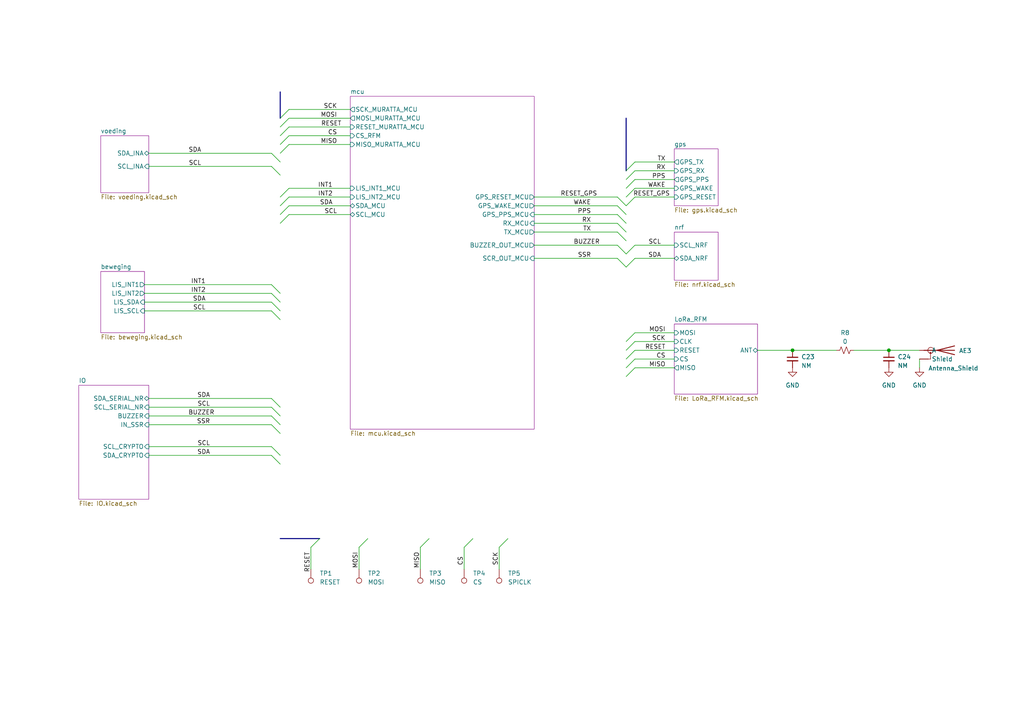
<source format=kicad_sch>
(kicad_sch (version 20210406) (generator eeschema)
  (paper "A4")
  (lib_symbols
    (symbol "Connector:Test_Point" (pin_numbers hide) (pin_names (offset 0.762) hide)
      (property "Reference" "TP" (at 0 6.858 0))
      (property "Value" "Test_Point" (at 0 5.08 0))
      (symbol "Test_Point_0_1"
        (circle (center 0 3.302) (radius 0.762))
      )
      (symbol "Test_Point_1_1"
        (pin passive line (at 0 0 90) (length 2.54) (name "1") (number "1"))
      )
    )
    (symbol "Device:Antenna_Shield" (pin_numbers hide) (pin_names (offset 1.016))
      (property "Reference" "AE" (at -1.905 4.445 0))
      (property "Value" "Antenna_Shield" (at -1.905 2.54 0))
      (symbol "Antenna_Shield_0_1"
        (arc (start 0 -2.667) (end -0.508 -1.143) (radius (at -0.0254 -1.8542) (length 0.8128) (angles -88.2 124.2)))
        (arc (start 0 -2.667) (end 0.508 -1.143) (radius (at 0.0254 -1.8542) (length 0.8128) (angles -91.8 55.8)))
        (circle (center 0.762 -1.905) (radius 0.1778) (fill (type outline)))
        (polyline (pts (xy 0 -2.54) (xy 0 0)))
        (polyline (pts (xy 0 5.08) (xy 0 -3.81)) (stroke (width 0.254)))
        (polyline (pts (xy 0.762 -1.905) (xy 2.54 -1.905)))
        (polyline (pts (xy 2.54 -2.54) (xy 2.54 -1.905)))
        (polyline (pts (xy 1.27 5.08) (xy 0 0) (xy -1.27 5.08)) (stroke (width 0.254)))
      )
      (symbol "Antenna_Shield_1_1"
        (pin input line (at 0 -5.08 90) (length 2.54) (name "A") (number "1"))
        (pin input line (at 2.54 -5.08 90) (length 2.54) (name "Shield") (number "2"))
      )
    )
    (symbol "Device:C_Small" (pin_numbers hide) (pin_names (offset 0.254) hide)
      (property "Reference" "C" (at 0.254 1.778 0))
      (property "Value" "C_Small" (at 0.254 -2.032 0))
      (symbol "C_Small_0_1"
        (polyline (pts (xy -1.524 -0.508) (xy 1.524 -0.508)) (stroke (width 0.3302)))
        (polyline (pts (xy -1.524 0.508) (xy 1.524 0.508)) (stroke (width 0.3048)))
      )
      (symbol "C_Small_1_1"
        (pin passive line (at 0 2.54 270) (length 2.032) (name "~") (number "1"))
        (pin passive line (at 0 -2.54 90) (length 2.032) (name "~") (number "2"))
      )
    )
    (symbol "Device:R_Small_US" (pin_numbers hide) (pin_names (offset 0.254) hide)
      (property "Reference" "R" (at 0.762 0.508 0))
      (property "Value" "R_Small_US" (at 0.762 -1.016 0))
      (symbol "R_Small_US_1_1"
        (polyline (pts (xy 0 0) (xy 1.016 -0.381) (xy 0 -0.762) (xy -1.016 -1.143) (xy 0 -1.524)))
        (polyline (pts (xy 0 1.524) (xy 1.016 1.143) (xy 0 0.762) (xy -1.016 0.381) (xy 0 0)))
        (pin passive line (at 0 2.54 270) (length 1.016) (name "~") (number "1"))
        (pin passive line (at 0 -2.54 90) (length 1.016) (name "~") (number "2"))
      )
    )
    (symbol "power:GND" (power) (pin_names (offset 0))
      (property "Value" "GND" (at 0 -3.81 0))
      (symbol "GND_0_1"
        (polyline (pts (xy 0 0) (xy 0 -1.27) (xy 1.27 -1.27) (xy 0 -2.54) (xy -1.27 -1.27) (xy 0 -1.27)))
      )
      (symbol "GND_1_1"
        (pin power_in line (at 0 0 270) (length 0) hide (name "GND") (number "1"))
      )
    )
  )
  (junction (at 229.87 101.6) (diameter 0.9144))
  (junction (at 257.81 101.6) (diameter 0.9144))
  (bus_entry (at 78.74 44.45) (size 2.54 2.54) (stroke (width 0.1524)))
  (bus_entry (at 78.74 48.26) (size 2.54 2.54) (stroke (width 0.1524)))
  (bus_entry (at 78.74 82.55) (size 2.54 2.54) (stroke (width 0.1524)))
  (bus_entry (at 78.74 85.09) (size 2.54 2.54) (stroke (width 0.1524)))
  (bus_entry (at 78.74 87.63) (size 2.54 2.54) (stroke (width 0.1524)))
  (bus_entry (at 78.74 90.17) (size 2.54 2.54) (stroke (width 0.1524)))
  (bus_entry (at 78.74 115.57) (size 2.54 2.54) (stroke (width 0.1524)))
  (bus_entry (at 78.74 118.11) (size 2.54 2.54) (stroke (width 0.1524)))
  (bus_entry (at 78.74 120.65) (size 2.54 2.54) (stroke (width 0.1524)))
  (bus_entry (at 78.74 123.19) (size 2.54 2.54) (stroke (width 0.1524)))
  (bus_entry (at 78.74 129.54) (size 2.54 2.54) (stroke (width 0.1524)))
  (bus_entry (at 78.74 132.08) (size 2.54 2.54) (stroke (width 0.1524)))
  (bus_entry (at 81.28 34.29) (size 2.54 -2.54) (stroke (width 0.1524)))
  (bus_entry (at 81.28 36.83) (size 2.54 -2.54) (stroke (width 0.1524)))
  (bus_entry (at 81.28 39.37) (size 2.54 -2.54) (stroke (width 0.1524)))
  (bus_entry (at 81.28 41.91) (size 2.54 -2.54) (stroke (width 0.1524)))
  (bus_entry (at 81.28 44.45) (size 2.54 -2.54) (stroke (width 0.1524)))
  (bus_entry (at 81.28 57.15) (size 2.54 -2.54) (stroke (width 0.1524)))
  (bus_entry (at 81.28 59.69) (size 2.54 -2.54) (stroke (width 0.1524)))
  (bus_entry (at 81.28 62.23) (size 2.54 -2.54) (stroke (width 0.1524)))
  (bus_entry (at 81.28 64.77) (size 2.54 -2.54) (stroke (width 0.1524)))
  (bus_entry (at 90.17 158.75) (size 2.54 -2.54) (stroke (width 0.1524)))
  (bus_entry (at 104.14 158.75) (size 2.54 -2.54) (stroke (width 0.1524)))
  (bus_entry (at 121.92 158.75) (size 2.54 -2.54) (stroke (width 0.1524)))
  (bus_entry (at 134.62 158.75) (size 2.54 -2.54) (stroke (width 0.1524)))
  (bus_entry (at 144.78 158.75) (size 2.54 -2.54) (stroke (width 0.1524)))
  (bus_entry (at 179.07 59.69) (size 2.54 2.54) (stroke (width 0.1524)))
  (bus_entry (at 179.07 62.23) (size 2.54 2.54) (stroke (width 0.1524)))
  (bus_entry (at 179.07 64.77) (size 2.54 2.54) (stroke (width 0.1524)))
  (bus_entry (at 179.07 67.31) (size 2.54 2.54) (stroke (width 0.1524)))
  (bus_entry (at 179.07 71.12) (size 2.54 2.54) (stroke (width 0.1524)))
  (bus_entry (at 179.07 74.93) (size 2.54 2.54) (stroke (width 0.1524)))
  (bus_entry (at 181.61 49.53) (size 2.54 -2.54) (stroke (width 0.1524)))
  (bus_entry (at 181.61 52.07) (size 2.54 -2.54) (stroke (width 0.1524)))
  (bus_entry (at 181.61 54.61) (size 2.54 -2.54) (stroke (width 0.1524)))
  (bus_entry (at 181.61 57.15) (size 2.54 -2.54) (stroke (width 0.1524)))
  (bus_entry (at 181.61 59.69) (size -2.54 -2.54) (stroke (width 0.1524)))
  (bus_entry (at 181.61 59.69) (size 2.54 -2.54) (stroke (width 0.1524)))
  (bus_entry (at 181.61 73.66) (size 2.54 -2.54) (stroke (width 0.1524)))
  (bus_entry (at 181.61 77.47) (size 2.54 -2.54) (stroke (width 0.1524)))
  (bus_entry (at 181.61 99.06) (size 2.54 -2.54) (stroke (width 0.1524)))
  (bus_entry (at 181.61 101.6) (size 2.54 -2.54) (stroke (width 0.1524)))
  (bus_entry (at 181.61 104.14) (size 2.54 -2.54) (stroke (width 0.1524)))
  (bus_entry (at 181.61 106.68) (size 2.54 -2.54) (stroke (width 0.1524)))
  (bus_entry (at 181.61 109.22) (size 2.54 -2.54) (stroke (width 0.1524)))
  (wire (pts (xy 41.91 82.55) (xy 78.74 82.55)))
  (wire (pts (xy 41.91 85.09) (xy 78.74 85.09)))
  (wire (pts (xy 41.91 87.63) (xy 78.74 87.63)))
  (wire (pts (xy 41.91 90.17) (xy 78.74 90.17)))
  (wire (pts (xy 43.18 44.45) (xy 78.74 44.45)))
  (wire (pts (xy 43.18 48.26) (xy 78.74 48.26)))
  (wire (pts (xy 43.18 115.57) (xy 78.74 115.57)))
  (wire (pts (xy 43.18 118.11) (xy 78.74 118.11)))
  (wire (pts (xy 43.18 120.65) (xy 78.74 120.65)))
  (wire (pts (xy 43.18 123.19) (xy 78.74 123.19)))
  (wire (pts (xy 43.18 129.54) (xy 78.74 129.54)))
  (wire (pts (xy 43.18 132.08) (xy 78.74 132.08)))
  (wire (pts (xy 83.82 31.75) (xy 101.6 31.75)))
  (wire (pts (xy 83.82 34.29) (xy 101.6 34.29)))
  (wire (pts (xy 83.82 36.83) (xy 101.6 36.83)))
  (wire (pts (xy 83.82 39.37) (xy 101.6 39.37)))
  (wire (pts (xy 83.82 41.91) (xy 101.6 41.91)))
  (wire (pts (xy 83.82 54.61) (xy 101.6 54.61)))
  (wire (pts (xy 83.82 57.15) (xy 101.6 57.15)))
  (wire (pts (xy 83.82 59.69) (xy 101.6 59.69)))
  (wire (pts (xy 83.82 62.23) (xy 101.6 62.23)))
  (wire (pts (xy 90.17 158.75) (xy 90.17 165.1)))
  (wire (pts (xy 104.14 158.75) (xy 104.14 165.1)))
  (wire (pts (xy 121.92 158.75) (xy 121.92 165.1)))
  (wire (pts (xy 134.62 158.75) (xy 134.62 165.1)))
  (wire (pts (xy 144.78 158.75) (xy 144.78 165.1)))
  (wire (pts (xy 154.94 57.15) (xy 179.07 57.15)))
  (wire (pts (xy 154.94 59.69) (xy 179.07 59.69)))
  (wire (pts (xy 154.94 62.23) (xy 179.07 62.23)))
  (wire (pts (xy 154.94 64.77) (xy 179.07 64.77)))
  (wire (pts (xy 154.94 67.31) (xy 179.07 67.31)))
  (wire (pts (xy 154.94 71.12) (xy 179.07 71.12)))
  (wire (pts (xy 154.94 74.93) (xy 179.07 74.93)))
  (wire (pts (xy 184.15 46.99) (xy 195.58 46.99)))
  (wire (pts (xy 184.15 49.53) (xy 195.58 49.53)))
  (wire (pts (xy 184.15 52.07) (xy 195.58 52.07)))
  (wire (pts (xy 184.15 54.61) (xy 195.58 54.61)))
  (wire (pts (xy 184.15 57.15) (xy 195.58 57.15)))
  (wire (pts (xy 184.15 71.12) (xy 195.58 71.12)))
  (wire (pts (xy 184.15 74.93) (xy 195.58 74.93)))
  (wire (pts (xy 184.15 96.52) (xy 195.58 96.52)))
  (wire (pts (xy 184.15 99.06) (xy 195.58 99.06)))
  (wire (pts (xy 184.15 101.6) (xy 195.58 101.6)))
  (wire (pts (xy 184.15 104.14) (xy 195.58 104.14)))
  (wire (pts (xy 184.15 106.68) (xy 195.58 106.68)))
  (wire (pts (xy 219.71 101.6) (xy 229.87 101.6)))
  (wire (pts (xy 229.87 101.6) (xy 242.57 101.6)))
  (wire (pts (xy 247.65 101.6) (xy 257.81 101.6)))
  (wire (pts (xy 257.81 101.6) (xy 266.7 101.6)))
  (wire (pts (xy 266.7 104.14) (xy 266.7 106.68)))
  (bus (pts (xy 81.28 26.67) (xy 81.28 156.21)))
  (bus (pts (xy 81.28 156.21) (xy 181.61 156.21)))
  (bus (pts (xy 181.61 34.29) (xy 181.61 156.21)))
  (label "SDA" (at 58.42 44.45 180))
  (label "SCL" (at 58.42 48.26 180))
  (label "INT1" (at 59.69 82.55 180))
  (label "INT2" (at 59.69 85.09 180))
  (label "SDA" (at 59.69 87.63 180))
  (label "SCL" (at 59.69 90.17 180))
  (label "SDA" (at 60.96 115.57 180))
  (label "SCL" (at 60.96 118.11 180))
  (label "SSR" (at 60.96 123.19 180))
  (label "SCL" (at 60.96 129.54 180))
  (label "SDA" (at 60.96 132.08 180))
  (label "BUZZER" (at 62.23 120.65 180))
  (label "RESET" (at 90.17 160.02 270))
  (label "INT1" (at 96.52 54.61 180))
  (label "INT2" (at 96.52 57.15 180))
  (label "SDA" (at 96.52 59.69 180))
  (label "SCK" (at 97.79 31.75 180))
  (label "MOSI" (at 97.79 34.29 180))
  (label "CS" (at 97.79 39.37 180))
  (label "MISO" (at 97.79 41.91 180))
  (label "SCL" (at 97.79 62.23 180))
  (label "RESET" (at 99.06 36.83 180))
  (label "MOSI" (at 104.14 160.02 270))
  (label "MISO" (at 121.92 160.02 270))
  (label "CS" (at 134.62 161.29 270))
  (label "SCK" (at 144.78 160.02 270))
  (label "RESET_GPS" (at 162.56 57.15 0))
  (label "WAKE" (at 171.45 59.69 180))
  (label "PPS" (at 171.45 62.23 180))
  (label "RX" (at 171.45 64.77 180))
  (label "TX" (at 171.45 67.31 180))
  (label "SSR" (at 171.45 74.93 180))
  (label "BUZZER" (at 173.99 71.12 180))
  (label "SCL" (at 191.77 71.12 180))
  (label "SDA" (at 191.77 74.93 180))
  (label "TX" (at 193.04 46.99 180))
  (label "RX" (at 193.04 49.53 180))
  (label "PPS" (at 193.04 52.07 180))
  (label "WAKE" (at 193.04 54.61 180))
  (label "MOSI" (at 193.04 96.52 180))
  (label "SCK" (at 193.04 99.06 180))
  (label "RESET" (at 193.04 101.6 180))
  (label "CS" (at 193.04 104.14 180))
  (label "MISO" (at 193.04 106.68 180))
  (label "RESET_GPS" (at 194.31 57.15 180))
  (symbol (lib_id "Connector:Test_Point") (at 90.17 165.1 180) (unit 1)
    (property "Reference" "TP1" (at 92.71 166.3064 0) (effects (justify right)))
    (property "Value" "RESET" (at 92.71 168.8464 0) (effects (justify right)))
    (property "Footprint" "vanalles:TestPoint_Pad_D3.0mm" (effects hide))
  )
  (symbol (lib_id "Connector:Test_Point") (at 104.14 165.1 180) (unit 1)
    (property "Reference" "TP2" (at 106.68 166.3064 0) (effects (justify right)))
    (property "Value" "MOSI" (at 106.68 168.8464 0) (effects (justify right)))
    (property "Footprint" "vanalles:TestPoint_Pad_D3.0mm" (effects hide))
  )
  (symbol (lib_id "Connector:Test_Point") (at 121.92 165.1 180) (unit 1)
    (property "Reference" "TP3" (at 124.46 166.3064 0) (effects (justify right)))
    (property "Value" "MISO" (at 124.46 168.8464 0) (effects (justify right)))
    (property "Footprint" "vanalles:TestPoint_Pad_D3.0mm" (effects hide))
  )
  (symbol (lib_id "Connector:Test_Point") (at 134.62 165.1 180) (unit 1)
    (property "Reference" "TP4" (at 137.16 166.3064 0) (effects (justify right)))
    (property "Value" "CS" (at 137.16 168.8464 0) (effects (justify right)))
    (property "Footprint" "vanalles:TestPoint_Pad_D3.0mm" (effects hide))
  )
  (symbol (lib_id "Connector:Test_Point") (at 144.78 165.1 180) (unit 1)
    (property "Reference" "TP5" (at 147.32 166.3064 0) (effects (justify right)))
    (property "Value" "SPICLK" (at 147.32 168.8464 0) (effects (justify right)))
    (property "Footprint" "vanalles:TestPoint_Pad_D3.0mm" (effects hide))
  )
  (symbol (lib_id "power:GND") (at 229.87 106.68 0) (unit 1)
    (property "Reference" "#PWR0147" (effects hide))
    (property "Value" "GND" (at 229.87 111.76 0))
  )
  (symbol (lib_id "power:GND") (at 257.81 106.68 0) (unit 1)
    (property "Reference" "#PWR0148" (effects hide))
    (property "Value" "GND" (at 257.81 111.76 0))
  )
  (symbol (lib_id "power:GND") (at 266.7 106.68 0) (unit 1)
    (property "Reference" "#PWR0149" (effects hide))
    (property "Value" "GND" (at 266.7 111.76 0))
  )
  (symbol (lib_id "Device:R_Small_US") (at 245.11 101.6 90) (unit 1)
    (property "Reference" "R8" (at 245.11 96.52 90))
    (property "Value" "0" (at 245.11 99.06 90))
    (property "Footprint" "vanalles:0603RL" (effects hide))
  )
  (symbol (lib_id "Device:C_Small") (at 229.87 104.14 0) (unit 1)
    (property "Reference" "C23" (at 232.41 103.5049 0) (effects (justify left)))
    (property "Value" "NM" (at 232.41 106.0449 0) (effects (justify left)))
    (property "Footprint" "vanalles:0603" (effects hide))
  )
  (symbol (lib_id "Device:C_Small") (at 257.81 104.14 0) (unit 1)
    (property "Reference" "C24" (at 260.35 103.5049 0) (effects (justify left)))
    (property "Value" "NM" (at 260.35 106.0449 0) (effects (justify left)))
    (property "Footprint" "vanalles:0603" (effects hide))
  )
  (symbol (lib_id "Device:Antenna_Shield") (at 271.78 101.6 270) (unit 1)
    (property "Reference" "AE3" (at 278.13 101.7269 90) (effects (justify left)))
    (property "Value" "Antenna_Shield" (at 269.24 106.8069 90) (effects (justify left)))
    (property "Footprint" "connectors_user:ufl connector" (effects hide))
  )
  (sheet (at 22.86 111.76) (size 20.32 33.02) (stroke (width 0.0006) (color 132 0 132 1)) (fill (color 255 255 255 0.0000))
    (property "Sheet name" "IO" (at 22.86 111.1243 0) (effects (justify left bottom)))
    (property "Sheet file" "IO.kicad_sch" (at 22.86 145.2887 0) (effects (justify left top)))
    (pin "SDA_SERIAL_NR" bidirectional (at 43.18 115.57 0))
    (pin "SCL_SERIAL_NR" input (at 43.18 118.11 0))
    (pin "BUZZER" input (at 43.18 120.65 0))
    (pin "IN_SSR" input (at 43.18 123.19 0))
    (pin "SCL_CRYPTO" input (at 43.18 129.54 0))
    (pin "SDA_CRYPTO" input (at 43.18 132.08 0))
  )
  (sheet (at 195.58 93.98) (size 24.13 20.32) (stroke (width 0.0006) (color 132 0 132 1)) (fill (color 255 255 255 0.0000))
    (property "Sheet name" "LoRa_RFM" (at 195.58 93.3443 0) (effects (justify left bottom)))
    (property "Sheet file" "LoRa_RFM.kicad_sch" (at 195.58 114.8087 0) (effects (justify left top)))
    (pin "ANT" bidirectional (at 219.71 101.6 0))
    (pin "CS" input (at 195.58 104.14 180))
    (pin "CLK" input (at 195.58 99.06 180))
    (pin "MISO" output (at 195.58 106.68 180))
    (pin "MOSI" input (at 195.58 96.52 180))
    (pin "RESET" input (at 195.58 101.6 180))
  )
  (sheet (at 29.21 78.74) (size 12.7 17.78) (stroke (width 0.0006) (color 132 0 132 1)) (fill (color 255 255 255 0.0000))
    (property "Sheet name" "beweging" (at 29.21 78.1043 0) (effects (justify left bottom)))
    (property "Sheet file" "beweging.kicad_sch" (at 29.21 97.0287 0) (effects (justify left top)))
    (pin "LIS_INT1" output (at 41.91 82.55 0))
    (pin "LIS_INT2" output (at 41.91 85.09 0))
    (pin "LIS_SDA" input (at 41.91 87.63 0))
    (pin "LIS_SCL" input (at 41.91 90.17 0))
  )
  (sheet (at 195.58 43.18) (size 12.7 16.51) (stroke (width 0.0006) (color 132 0 132 1)) (fill (color 255 255 255 0.0000))
    (property "Sheet name" "gps" (at 195.58 42.5443 0) (effects (justify left bottom)))
    (property "Sheet file" "gps.kicad_sch" (at 195.58 60.1987 0) (effects (justify left top)))
    (pin "GPS_TX" output (at 195.58 46.99 180))
    (pin "GPS_RX" input (at 195.58 49.53 180))
    (pin "GPS_PPS" output (at 195.58 52.07 180))
    (pin "GPS_WAKE" input (at 195.58 54.61 180))
    (pin "GPS_RESET" input (at 195.58 57.15 180))
  )
  (sheet (at 101.6 27.94) (size 53.34 96.52) (stroke (width 0.0006) (color 132 0 132 1)) (fill (color 255 255 255 0.0000))
    (property "Sheet name" "mcu" (at 101.6 27.3043 0) (effects (justify left bottom)))
    (property "Sheet file" "mcu.kicad_sch" (at 101.6 124.9687 0) (effects (justify left top)))
    (pin "GPS_PPS_MCU" input (at 154.94 62.23 0))
    (pin "SCR_OUT_MCU" input (at 154.94 74.93 0))
    (pin "BUZZER_OUT_MCU" output (at 154.94 71.12 0))
    (pin "LIS_INT2_MCU" input (at 101.6 57.15 180))
    (pin "LIS_INT1_MCU" input (at 101.6 54.61 180))
    (pin "RX_MCU" input (at 154.94 64.77 0))
    (pin "TX_MCU" output (at 154.94 67.31 0))
    (pin "GPS_WAKE_MCU" output (at 154.94 59.69 0))
    (pin "SDA_MCU" bidirectional (at 101.6 59.69 180))
    (pin "SCL_MCU" bidirectional (at 101.6 62.23 180))
    (pin "GPS_RESET_MCU" output (at 154.94 57.15 0))
    (pin "SCK_MURATTA_MCU" output (at 101.6 31.75 180))
    (pin "MOSI_MURATTA_MCU" output (at 101.6 34.29 180))
    (pin "CS_RFM" input (at 101.6 39.37 180))
    (pin "RESET_MURATTA_MCU" input (at 101.6 36.83 180))
    (pin "MISO_MURATTA_MCU" input (at 101.6 41.91 180))
  )
  (sheet (at 195.58 67.31) (size 12.7 13.97) (stroke (width 0.0006) (color 132 0 132 1)) (fill (color 255 255 255 0.0000))
    (property "Sheet name" "nrf" (at 195.58 66.6743 0) (effects (justify left bottom)))
    (property "Sheet file" "nrf.kicad_sch" (at 195.58 81.7887 0) (effects (justify left top)))
    (pin "SCL_NRF" input (at 195.58 71.12 180))
    (pin "SDA_NRF" bidirectional (at 195.58 74.93 180))
  )
  (sheet (at 29.21 39.37) (size 13.97 16.51) (stroke (width 0.0006) (color 132 0 132 1)) (fill (color 255 255 255 0.0000))
    (property "Sheet name" "voeding" (at 29.21 38.7343 0) (effects (justify left bottom)))
    (property "Sheet file" "voeding.kicad_sch" (at 29.21 56.3887 0) (effects (justify left top)))
    (pin "SDA_INA" bidirectional (at 43.18 44.45 0))
    (pin "SCL_INA" input (at 43.18 48.26 0))
  )
)
</source>
